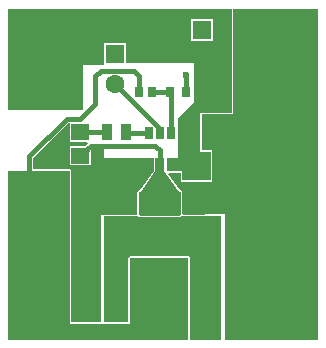
<source format=gtl>
G04*
G04 #@! TF.GenerationSoftware,Altium Limited,Altium Designer,20.1.14 (287)*
G04*
G04 Layer_Physical_Order=1*
G04 Layer_Color=255*
%FSLAX25Y25*%
%MOIN*%
G70*
G04*
G04 #@! TF.SameCoordinates,58FA20B0-04EF-4904-8C8B-07311CCFBB01*
G04*
G04*
G04 #@! TF.FilePolarity,Positive*
G04*
G01*
G75*
%ADD13R,0.05315X0.06102*%
%ADD14R,0.02756X0.02756*%
G04:AMPARAMS|DCode=15|XSize=43.31mil|YSize=23.62mil|CornerRadius=2.01mil|HoleSize=0mil|Usage=FLASHONLY|Rotation=90.000|XOffset=0mil|YOffset=0mil|HoleType=Round|Shape=RoundedRectangle|*
%AMROUNDEDRECTD15*
21,1,0.04331,0.01961,0,0,90.0*
21,1,0.03929,0.02362,0,0,90.0*
1,1,0.00402,0.00980,0.01965*
1,1,0.00402,0.00980,-0.01965*
1,1,0.00402,-0.00980,-0.01965*
1,1,0.00402,-0.00980,0.01965*
%
%ADD15ROUNDEDRECTD15*%
%ADD16R,0.04331X0.10236*%
%ADD17R,0.13386X0.07284*%
%ADD18R,0.06102X0.05315*%
%ADD19R,0.03740X0.05315*%
%ADD20R,0.02756X0.03347*%
%ADD21R,0.03150X0.03740*%
%ADD29C,0.07956*%
%ADD30R,0.07956X0.07956*%
%ADD35C,0.01500*%
%ADD36R,0.06299X0.06299*%
%ADD37C,0.06299*%
%ADD38R,0.06299X0.06299*%
%ADD39C,0.02362*%
G36*
X139608Y481275D02*
X139254Y480922D01*
X133392Y480933D01*
Y487108D01*
X139608D01*
Y481275D01*
D02*
G37*
G36*
X175500Y464500D02*
X165000D01*
X165000Y451500D01*
X168500D01*
Y442000D01*
X159000D01*
Y445000D01*
X154000D01*
Y449500D01*
X157504D01*
X157504Y462504D01*
X163000Y468000D01*
Y480500D01*
X163000D01*
Y480874D01*
X140150Y480920D01*
Y487650D01*
X132850D01*
Y480500D01*
X126000D01*
Y465500D01*
X100803D01*
Y499197D01*
X175500D01*
Y464500D01*
D02*
G37*
G36*
X204197Y388803D02*
X173228D01*
X173228Y430557D01*
X159395Y430521D01*
X159041Y430874D01*
Y438000D01*
X158883Y438383D01*
X158500Y438541D01*
X158097D01*
X154333Y444016D01*
X154566Y444459D01*
X158459D01*
Y442000D01*
X158617Y441617D01*
X159000Y441459D01*
X168500D01*
X168883Y441617D01*
X169041Y442000D01*
Y451500D01*
X168883Y451883D01*
X168500Y452041D01*
X165541D01*
X165541Y463959D01*
X175500D01*
X175883Y464117D01*
X176041Y464500D01*
Y499197D01*
X204197D01*
Y388803D01*
D02*
G37*
G36*
X153000Y445000D02*
X157812Y438000D01*
X158500D01*
Y430500D01*
X144500D01*
Y438000D01*
X145187D01*
X150000Y445000D01*
Y449500D01*
X153000D01*
Y445000D01*
D02*
G37*
G36*
X172000Y388803D02*
X161541D01*
Y416000D01*
X161383Y416383D01*
X161000Y416541D01*
X141500Y416541D01*
X141117Y416383D01*
X140959Y416000D01*
Y394541D01*
X133000D01*
Y430000D01*
X144307D01*
Y429709D01*
X158693D01*
Y430000D01*
X172000D01*
Y388803D01*
D02*
G37*
G36*
X121449Y461035D02*
Y454779D01*
X127233D01*
X127249Y454760D01*
X127414Y454280D01*
X126400Y453265D01*
X126370Y453221D01*
X121449D01*
Y446906D01*
X128551D01*
Y451812D01*
X128965Y452225D01*
X133031D01*
Y449500D01*
X149459D01*
Y445168D01*
X144903Y438541D01*
X144500D01*
X144117Y438383D01*
X143959Y438000D01*
Y430500D01*
X143946Y430480D01*
X132008Y430449D01*
X132008Y394541D01*
X122041D01*
Y445000D01*
X121883Y445383D01*
X121500Y445541D01*
X109274D01*
Y449472D01*
X120985Y461183D01*
X121449Y461035D01*
D02*
G37*
G36*
X121500Y394000D02*
X141500D01*
Y416000D01*
X161000Y416000D01*
Y388803D01*
X100803D01*
Y445000D01*
X121500D01*
Y394000D01*
D02*
G37*
%LPC*%
G36*
X169150Y495650D02*
X161850D01*
Y488350D01*
X169150D01*
Y495650D01*
D02*
G37*
%LPD*%
G36*
X168608Y488892D02*
X162392D01*
Y495108D01*
X168608D01*
Y488892D01*
D02*
G37*
D13*
X172437Y447000D02*
D03*
X164563D02*
D03*
D14*
X167756Y462500D02*
D03*
X162244D02*
D03*
X167756Y455500D02*
D03*
X162244D02*
D03*
D15*
X147760Y457815D02*
D03*
X151500D02*
D03*
X155240D02*
D03*
Y447185D02*
D03*
X151500D02*
D03*
X147760D02*
D03*
D16*
X136382Y400000D02*
D03*
X146618D02*
D03*
X166618D02*
D03*
X156382D02*
D03*
D17*
X151500Y433850D02*
D03*
Y412000D02*
D03*
D18*
X125000Y450063D02*
D03*
Y457937D02*
D03*
D19*
X140051Y458000D02*
D03*
X133949D02*
D03*
D20*
X149028Y471500D02*
D03*
X144500D02*
D03*
D21*
X160059D02*
D03*
X154941D02*
D03*
D29*
X186984Y492283D02*
D03*
X111000D02*
D03*
X186984Y414000D02*
D03*
X111000D02*
D03*
D30*
X186984Y472284D02*
D03*
X111000D02*
D03*
X186984Y394000D02*
D03*
X111000D02*
D03*
D35*
X160059Y471500D02*
X160069Y471510D01*
Y477077D01*
X160079Y477087D01*
X131744Y478400D02*
X142756D01*
X144500Y476656D01*
Y471500D02*
Y476656D01*
X130000D02*
X131744Y478400D01*
X130000Y467500D02*
Y476656D01*
X108000Y427500D02*
Y450000D01*
X120500Y462500D01*
X125000D01*
X130000Y467500D01*
X136500Y474000D02*
X136571D01*
X162151Y455592D02*
X162244Y455500D01*
X167756D02*
X167878Y455378D01*
X167756Y455500D02*
X167878Y455622D01*
X155240Y447185D02*
X155333Y447092D01*
X147760Y447185D02*
X147820Y447245D01*
X136571Y474000D02*
X151069Y459503D01*
Y458246D02*
Y459503D01*
Y458246D02*
X151500Y457815D01*
X149028Y471500D02*
X154941D01*
X155091Y457965D02*
X155240Y457815D01*
X155091Y457965D02*
Y471350D01*
X154941Y471500D02*
X155091Y471350D01*
X125000Y450063D02*
X125394D01*
X127301Y451970D01*
Y452364D01*
X128437Y453500D01*
X150000D01*
X151500Y447185D02*
Y452000D01*
X150000Y453500D02*
X151500Y452000D01*
X125063Y458000D02*
X133949D01*
X125000Y457937D02*
X125063Y458000D01*
X140051D02*
X140236Y457815D01*
X147760D01*
D36*
X127500Y428000D02*
D03*
X165500Y492000D02*
D03*
D37*
X117500Y428000D02*
D03*
X155500Y492000D02*
D03*
X136500Y474000D02*
D03*
D38*
Y484000D02*
D03*
D39*
X160079Y477087D02*
D03*
X174870Y438000D02*
D03*
X135500D02*
D03*
Y410500D02*
D03*
Y418500D02*
D03*
Y425000D02*
D03*
X168500Y391000D02*
D03*
Y410000D02*
D03*
Y418500D02*
D03*
Y427000D02*
D03*
M02*

</source>
